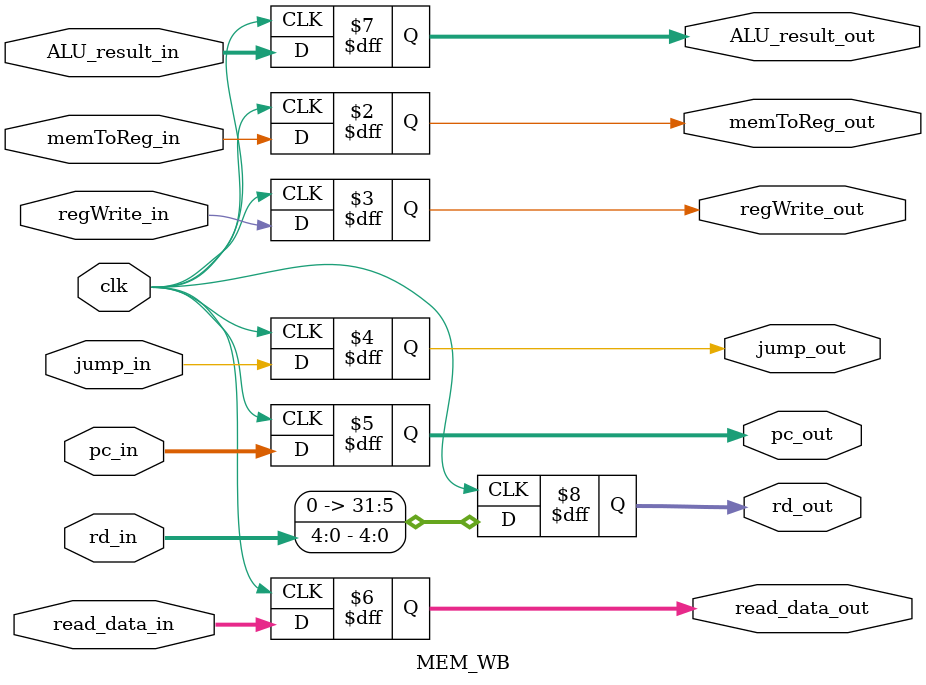
<source format=v>
`timescale 1ns / 1ps


module IF_ID(
    input clk,
    input [31:0] pc_in,
    output reg [31:0] pc_out,
    input [31:0] instruction_in,
    output reg [31:0] instruction_out

);
    always @ (posedge clk) begin
        pc_out <= pc_in;
        instruction_out <= instruction_in;
    end
endmodule : IF_ID

module ID_EX (
    input clk,
    /* Control Signals */
    input branch_in,
    input memRead_in,
    input memToReg_in,
    input [1:0] ALUop_in,
    input memWrite_in,
    input ALUsrc_in,
    input regWrite_in,
    input jump_in,
    input jump_return_in,

    output reg branch_out,
    output reg memRead_out,
    output reg memToReg_out,
    output reg [1:0] ALUop_out,
    output reg memWrite_out,
    output reg ALUsrc_out,
    output reg regWrite_out,
    output reg jump_out,
    output reg jump_return_out,
    /* Control Signals */
    
    input [31:0] pc_in,
    output reg [31:0] pc_out,
    input [31:0] read_data_1_in,
    output reg [31:0] read_data_1_out,
    input [31:0] read_data_2_in,
    output reg [31:0] read_data_2_out,
    input [31:0] immediate_in,
    output reg [31:0] immediate_out,
    input [3:0] funct3_in,
    output reg [3:0] funct3_out,
    input [4:0] rd_in,
    output reg [4:0] rd_out

);
    always @ (posedge clk) begin
        branch_out <= branch_in;
        memRead_out <= memRead_in;
        memToReg_out <= memToReg_in;
        ALUop_out <= ALUop_in;
        memWrite_out <= memWrite_in;
        ALUsrc_out <= ALUsrc_in;
        regWrite_out <= regWrite_in;
        jump_out <= jump_in;
        jump_return_out <= jump_return_in;

        pc_out <= pc_in;
        read_data_1_out <= read_data_1_in;
        read_data_2_out <= read_data_2_in;
        immediate_out <= immediate_in;
        funct3_out <= funct3_in;
        rd_out <= rd_in;
    end
endmodule : ID_EX

module EX_MEM (
    input clk,
    /* Control Signals */
    input branch_in,
    input memRead_in,
    input memToReg_in,
    input memWrite_in,
    input regWrite_in,
    input jump_in,
    input jump_return_in,

    output reg branch_out,
    output reg memRead_out,
    output reg memToReg_out,
    output reg memWrite_out,
    output reg regWrite_out,
    output reg jump_out,
    output reg jump_return_out, 
    /* Control Signals */
    
    input [31:0] pc_in,
    output reg [31:0] pc_out,
    input [31:0] branch_destination_in,
    output reg [31:0] branch_destination_out,
    input zero_in,
    output reg zero_out,
    input lt_zero_in,
    output reg lt_zero_out,
    input [1:0] bType_in,
    output reg [1:0] bType_out,
    input asByte_in,
    output reg asByte_out,
    input asUnsigned_in,
    output reg asUnsigned_out,
    input [31:0] ALU_result_in,
    output reg [31:0] ALU_result_out,
    input [31:0] read_data_2_in,
    output reg [31:0] read_data_2_out,
    input [4:0] rd_in,
    output reg [31:0] rd_out

);
    always @ (posedge clk) begin
        branch_out <= branch_in;
        memRead_out <= memRead_in;
        memToReg_out <= memToReg_in;
        memWrite_out <= memWrite_in;
        regWrite_out <= regWrite_in;
        jump_out <= jump_in;
        jump_return_out <= jump_return_in;

        pc_out  <= pc_in;
        branch_destination_out <= branch_destination_in;
        zero_out <= zero_in;
        lt_zero_out <= lt_zero_in;
        bType_out <= bType_in;
        asByte_out <= asByte_in;
        asUnsigned_out <= asUnsigned_in;
        ALU_result_out <= ALU_result_in;
        read_data_2_out <= read_data_2_in;
        rd_out <= rd_in;
    end
endmodule : EX_MEM

module MEM_WB (
    input clk,
    /* Control Signals */
    input memToReg_in,
    input regWrite_in,
    input jump_in,

    output reg memToReg_out,
    output reg regWrite_out,
    output reg jump_out,
    /* Control Signals */
    
    input [31:0] pc_in,
    output reg [31:0] pc_out,
    input [31:0] read_data_in,
    output reg [31:0] read_data_out,
    input [31:0] ALU_result_in,
    output reg [31:0] ALU_result_out,
    input [4:0] rd_in,
    output reg [31:0] rd_out

);
    always @ (posedge clk) begin
            memToReg_out <= memToReg_in;
            regWrite_out <= regWrite_in;
            jump_out <= jump_in;

            pc_out  <= pc_in;
            read_data_out <= read_data_in;
            ALU_result_out <= ALU_result_in;
            rd_out <= rd_in;
        end
endmodule : MEM_WB
</source>
